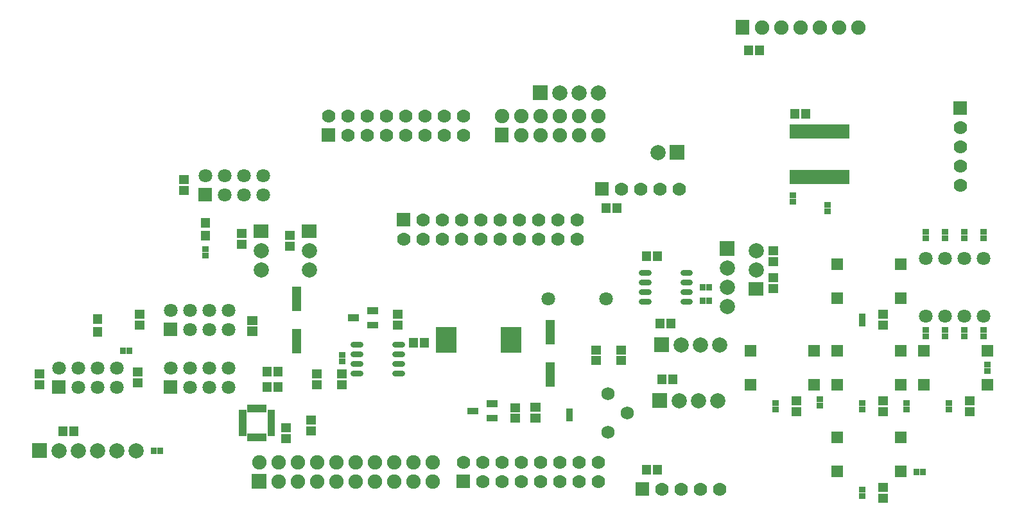
<source format=gts>
G04 Layer: TopSolderMaskLayer*
G04 EasyEDA v6.3.39, 2020-04-26T20:46:55+02:00*
G04 5968b4f764c641518c6b208976d5c428,06be2ef0334148d99c06ae0550131ac1,10*
G04 Gerber Generator version 0.2*
G04 Scale: 100 percent, Rotated: No, Reflected: No *
G04 Dimensions in inches *
G04 leading zeros omitted , absolute positions ,2 integer and 4 decimal *
%FSLAX24Y24*%
%MOIN*%
G90*
G70D02*

%ADD45C,0.031622*%
%ADD46C,0.070000*%
%ADD49C,0.070992*%
%ADD52C,0.078866*%
%ADD56C,0.074929*%
%ADD66C,0.068000*%

%LPD*%
G54D45*
G01X19447Y7228D02*
G01X19809Y7228D01*
G01X19447Y7728D02*
G01X19809Y7728D01*
G01X19447Y8228D02*
G01X19809Y8228D01*
G01X19447Y8728D02*
G01X19809Y8728D01*
G01X17290Y7228D02*
G01X17652Y7228D01*
G01X17290Y7728D02*
G01X17652Y7728D01*
G01X17290Y8228D02*
G01X17652Y8228D01*
G01X17290Y8728D02*
G01X17652Y8728D01*
G01X34397Y10950D02*
G01X34759Y10950D01*
G01X34397Y11450D02*
G01X34759Y11450D01*
G01X34397Y11950D02*
G01X34759Y11950D01*
G01X34397Y12450D02*
G01X34759Y12450D01*
G01X32240Y10950D02*
G01X32602Y10950D01*
G01X32240Y11450D02*
G01X32602Y11450D01*
G01X32240Y11950D02*
G01X32602Y11950D01*
G01X32240Y12450D02*
G01X32602Y12450D01*
G54D46*
G01X28900Y14200D03*
G01X28900Y15200D03*
G01X27900Y14200D03*
G01X27900Y15200D03*
G01X26900Y14200D03*
G01X26900Y15200D03*
G01X25900Y14200D03*
G01X25900Y15200D03*
G01X24900Y14200D03*
G01X24900Y15200D03*
G01X23900Y14200D03*
G01X23900Y15200D03*
G01X22900Y14200D03*
G01X22900Y15200D03*
G01X21900Y14200D03*
G01X21900Y15200D03*
G01X20900Y14200D03*
G01X20900Y15200D03*
G01X19900Y14200D03*
G36*
G01X19550Y14850D02*
G01X19550Y15550D01*
G01X20250Y15550D01*
G01X20250Y14850D01*
G01X19550Y14850D01*
G37*
G36*
G01X9245Y16144D02*
G01X9245Y16855D01*
G01X9955Y16855D01*
G01X9955Y16144D01*
G01X9245Y16144D01*
G37*
G54D49*
G01X9600Y17500D03*
G01X10600Y16500D03*
G01X10600Y17500D03*
G01X11600Y16500D03*
G01X11600Y17500D03*
G01X12600Y16500D03*
G01X12600Y17500D03*
G36*
G01X9365Y14109D02*
G01X9365Y14619D01*
G01X9835Y14619D01*
G01X9835Y14109D01*
G01X9365Y14109D01*
G37*
G36*
G01X9365Y14780D02*
G01X9365Y15290D01*
G01X9835Y15290D01*
G01X9835Y14780D01*
G01X9365Y14780D01*
G37*
G36*
G01X3765Y9109D02*
G01X3765Y9619D01*
G01X4235Y9619D01*
G01X4235Y9109D01*
G01X3765Y9109D01*
G37*
G36*
G01X3765Y9780D02*
G01X3765Y10290D01*
G01X4235Y10290D01*
G01X4235Y9780D01*
G01X3765Y9780D01*
G37*
G36*
G01X42105Y12603D02*
G01X42105Y13196D01*
G01X42696Y13196D01*
G01X42696Y12603D01*
G01X42105Y12603D01*
G37*
G36*
G01X45412Y12603D02*
G01X45412Y13196D01*
G01X46003Y13196D01*
G01X46003Y12603D01*
G01X45412Y12603D01*
G37*
G36*
G01X42105Y10832D02*
G01X42105Y11423D01*
G01X42696Y11423D01*
G01X42696Y10832D01*
G01X42105Y10832D01*
G37*
G36*
G01X45412Y10832D02*
G01X45412Y11423D01*
G01X46003Y11423D01*
G01X46003Y10832D01*
G01X45412Y10832D01*
G37*
G36*
G01X37605Y8103D02*
G01X37605Y8696D01*
G01X38196Y8696D01*
G01X38196Y8103D01*
G01X37605Y8103D01*
G37*
G36*
G01X40912Y8103D02*
G01X40912Y8696D01*
G01X41503Y8696D01*
G01X41503Y8103D01*
G01X40912Y8103D01*
G37*
G36*
G01X37605Y6332D02*
G01X37605Y6923D01*
G01X38196Y6923D01*
G01X38196Y6332D01*
G01X37605Y6332D01*
G37*
G36*
G01X40912Y6332D02*
G01X40912Y6923D01*
G01X41503Y6923D01*
G01X41503Y6332D01*
G01X40912Y6332D01*
G37*
G36*
G01X42105Y8103D02*
G01X42105Y8696D01*
G01X42696Y8696D01*
G01X42696Y8103D01*
G01X42105Y8103D01*
G37*
G36*
G01X45412Y8103D02*
G01X45412Y8696D01*
G01X46003Y8696D01*
G01X46003Y8103D01*
G01X45412Y8103D01*
G37*
G36*
G01X42105Y6332D02*
G01X42105Y6923D01*
G01X42696Y6923D01*
G01X42696Y6332D01*
G01X42105Y6332D01*
G37*
G36*
G01X45412Y6332D02*
G01X45412Y6923D01*
G01X46003Y6923D01*
G01X46003Y6332D01*
G01X45412Y6332D01*
G37*
G36*
G01X46605Y8103D02*
G01X46605Y8696D01*
G01X47196Y8696D01*
G01X47196Y8103D01*
G01X46605Y8103D01*
G37*
G36*
G01X49912Y8103D02*
G01X49912Y8696D01*
G01X50503Y8696D01*
G01X50503Y8103D01*
G01X49912Y8103D01*
G37*
G36*
G01X46605Y6332D02*
G01X46605Y6923D01*
G01X47196Y6923D01*
G01X47196Y6332D01*
G01X46605Y6332D01*
G37*
G36*
G01X49912Y6332D02*
G01X49912Y6923D01*
G01X50503Y6923D01*
G01X50503Y6332D01*
G01X49912Y6332D01*
G37*
G36*
G01X42105Y3603D02*
G01X42105Y4196D01*
G01X42696Y4196D01*
G01X42696Y3603D01*
G01X42105Y3603D01*
G37*
G36*
G01X45412Y3603D02*
G01X45412Y4196D01*
G01X46003Y4196D01*
G01X46003Y3603D01*
G01X45412Y3603D01*
G37*
G36*
G01X42105Y1832D02*
G01X42105Y2423D01*
G01X42696Y2423D01*
G01X42696Y1832D01*
G01X42105Y1832D01*
G37*
G36*
G01X45412Y1832D02*
G01X45412Y2423D01*
G01X46003Y2423D01*
G01X46003Y1832D01*
G01X45412Y1832D01*
G37*
G54D52*
G01X38200Y13600D03*
G01X38200Y12600D03*
G36*
G01X37806Y11250D02*
G01X37806Y11950D01*
G01X38594Y11950D01*
G01X38594Y11250D01*
G01X37806Y11250D01*
G37*
G36*
G01X1645Y6144D02*
G01X1645Y6855D01*
G01X2355Y6855D01*
G01X2355Y6144D01*
G01X1645Y6144D01*
G37*
G54D49*
G01X2000Y7500D03*
G01X3000Y6500D03*
G01X3000Y7500D03*
G01X4000Y6500D03*
G01X4000Y7500D03*
G01X5000Y6500D03*
G01X5000Y7500D03*
G36*
G01X7445Y9144D02*
G01X7445Y9855D01*
G01X8155Y9855D01*
G01X8155Y9144D01*
G01X7445Y9144D01*
G37*
G01X7800Y10500D03*
G01X8800Y9500D03*
G01X8800Y10500D03*
G01X9800Y9500D03*
G01X9800Y10500D03*
G01X10800Y9500D03*
G01X10800Y10500D03*
G36*
G01X7445Y6144D02*
G01X7445Y6855D01*
G01X8155Y6855D01*
G01X8155Y6144D01*
G01X7445Y6144D01*
G37*
G01X7800Y7500D03*
G01X8800Y6500D03*
G01X8800Y7500D03*
G01X9800Y6500D03*
G01X9800Y7500D03*
G01X10800Y6500D03*
G01X10800Y7500D03*
G54D52*
G01X15000Y12600D03*
G01X15000Y13600D03*
G36*
G01X14606Y14250D02*
G01X14606Y14950D01*
G01X15394Y14950D01*
G01X15394Y14250D01*
G01X14606Y14250D01*
G37*
G01X12500Y12600D03*
G01X12500Y13600D03*
G36*
G01X12106Y14250D02*
G01X12106Y14950D01*
G01X12894Y14950D01*
G01X12894Y14250D01*
G01X12106Y14250D01*
G37*
G54D46*
G01X34200Y16800D03*
G01X33200Y16800D03*
G01X32200Y16800D03*
G01X31200Y16800D03*
G36*
G01X29850Y16450D02*
G01X29850Y17150D01*
G01X30550Y17150D01*
G01X30550Y16450D01*
G01X29850Y16450D01*
G37*
G01X36300Y1200D03*
G01X35300Y1200D03*
G01X34300Y1200D03*
G01X33300Y1200D03*
G36*
G01X31950Y850D02*
G01X31950Y1550D01*
G01X32650Y1550D01*
G01X32650Y850D01*
G01X31950Y850D01*
G37*
G01X48800Y17000D03*
G01X48800Y18000D03*
G01X48800Y19000D03*
G01X48800Y20000D03*
G36*
G01X48450Y20650D02*
G01X48450Y21350D01*
G01X49150Y21350D01*
G01X49150Y20650D01*
G01X48450Y20650D01*
G37*
G36*
G01X33706Y18305D02*
G01X33706Y19094D01*
G01X34494Y19094D01*
G01X34494Y18305D01*
G01X33706Y18305D01*
G37*
G54D52*
G01X33100Y18700D03*
G36*
G01X37160Y24825D02*
G01X37160Y25575D01*
G01X37840Y25575D01*
G01X37840Y24825D01*
G01X37160Y24825D01*
G37*
G54D56*
G01X38500Y25200D03*
G01X39500Y25200D03*
G01X40500Y25200D03*
G01X41500Y25200D03*
G01X42500Y25200D03*
G01X43500Y25200D03*
G54D52*
G01X6000Y3200D03*
G01X5000Y3200D03*
G01X4000Y3200D03*
G01X3000Y3200D03*
G01X2000Y3200D03*
G36*
G01X606Y2805D02*
G01X606Y3594D01*
G01X1394Y3594D01*
G01X1394Y2805D01*
G01X606Y2805D01*
G37*
G36*
G01X32906Y8305D02*
G01X32906Y9094D01*
G01X33694Y9094D01*
G01X33694Y8305D01*
G01X32906Y8305D01*
G37*
G01X34300Y8700D03*
G01X35300Y8700D03*
G01X36300Y8700D03*
G36*
G01X32806Y5405D02*
G01X32806Y6194D01*
G01X33594Y6194D01*
G01X33594Y5405D01*
G01X32806Y5405D01*
G37*
G01X34200Y5800D03*
G01X35200Y5800D03*
G01X36200Y5800D03*
G36*
G01X26606Y21405D02*
G01X26606Y22194D01*
G01X27394Y22194D01*
G01X27394Y21405D01*
G01X26606Y21405D01*
G37*
G01X28000Y21800D03*
G01X29000Y21800D03*
G01X30000Y21800D03*
G36*
G01X36306Y13305D02*
G01X36306Y14094D01*
G01X37094Y14094D01*
G01X37094Y13305D01*
G01X36306Y13305D01*
G37*
G01X36700Y12700D03*
G01X36700Y11700D03*
G01X36700Y10700D03*
G36*
G01X39932Y16309D02*
G01X39932Y16625D01*
G01X40268Y16625D01*
G01X40268Y16309D01*
G01X39932Y16309D01*
G37*
G36*
G01X39932Y15975D02*
G01X39932Y16290D01*
G01X40268Y16290D01*
G01X40268Y15975D01*
G01X39932Y15975D01*
G37*
G36*
G01X38843Y12788D02*
G01X38843Y13261D01*
G01X39357Y13261D01*
G01X39357Y12788D01*
G01X38843Y12788D01*
G37*
G36*
G01X38843Y13338D02*
G01X38843Y13811D01*
G01X39357Y13811D01*
G01X39357Y13338D01*
G01X38843Y13338D01*
G37*
G36*
G01X46709Y1932D02*
G01X46709Y2267D01*
G01X47025Y2267D01*
G01X47025Y1932D01*
G01X46709Y1932D01*
G37*
G36*
G01X46375Y1932D02*
G01X46375Y2267D01*
G01X46691Y2267D01*
G01X46691Y1932D01*
G01X46375Y1932D01*
G37*
G36*
G01X41732Y15809D02*
G01X41732Y16125D01*
G01X42068Y16125D01*
G01X42068Y15809D01*
G01X41732Y15809D01*
G37*
G36*
G01X41732Y15475D02*
G01X41732Y15790D01*
G01X42068Y15790D01*
G01X42068Y15475D01*
G01X41732Y15475D01*
G37*
G36*
G01X41332Y5709D02*
G01X41332Y6025D01*
G01X41668Y6025D01*
G01X41668Y5709D01*
G01X41332Y5709D01*
G37*
G36*
G01X41332Y5375D02*
G01X41332Y5690D01*
G01X41668Y5690D01*
G01X41668Y5375D01*
G01X41332Y5375D01*
G37*
G36*
G01X45832Y5509D02*
G01X45832Y5825D01*
G01X46168Y5825D01*
G01X46168Y5509D01*
G01X45832Y5509D01*
G37*
G36*
G01X45832Y5175D02*
G01X45832Y5490D01*
G01X46168Y5490D01*
G01X46168Y5175D01*
G01X45832Y5175D01*
G37*
G36*
G01X50032Y7175D02*
G01X50032Y7490D01*
G01X50368Y7490D01*
G01X50368Y7175D01*
G01X50032Y7175D01*
G37*
G36*
G01X50032Y7509D02*
G01X50032Y7825D01*
G01X50368Y7825D01*
G01X50368Y7509D01*
G01X50032Y7509D01*
G37*
G36*
G01X49832Y9309D02*
G01X49832Y9625D01*
G01X50168Y9625D01*
G01X50168Y9309D01*
G01X49832Y9309D01*
G37*
G36*
G01X49832Y8975D02*
G01X49832Y9290D01*
G01X50168Y9290D01*
G01X50168Y8975D01*
G01X49832Y8975D01*
G37*
G36*
G01X48832Y9309D02*
G01X48832Y9625D01*
G01X49168Y9625D01*
G01X49168Y9309D01*
G01X48832Y9309D01*
G37*
G36*
G01X48832Y8975D02*
G01X48832Y9290D01*
G01X49168Y9290D01*
G01X49168Y8975D01*
G01X48832Y8975D01*
G37*
G36*
G01X47832Y9309D02*
G01X47832Y9625D01*
G01X48168Y9625D01*
G01X48168Y9309D01*
G01X47832Y9309D01*
G37*
G36*
G01X47832Y8975D02*
G01X47832Y9290D01*
G01X48168Y9290D01*
G01X48168Y8975D01*
G01X47832Y8975D01*
G37*
G36*
G01X46832Y9309D02*
G01X46832Y9625D01*
G01X47168Y9625D01*
G01X47168Y9309D01*
G01X46832Y9309D01*
G37*
G36*
G01X46832Y8975D02*
G01X46832Y9290D01*
G01X47168Y9290D01*
G01X47168Y8975D01*
G01X46832Y8975D01*
G37*
G36*
G01X7109Y3032D02*
G01X7109Y3367D01*
G01X7425Y3367D01*
G01X7425Y3032D01*
G01X7109Y3032D01*
G37*
G36*
G01X6775Y3032D02*
G01X6775Y3367D01*
G01X7091Y3367D01*
G01X7091Y3032D01*
G01X6775Y3032D01*
G37*
G54D56*
G01X21400Y2600D03*
G01X21400Y1600D03*
G01X20400Y2600D03*
G01X20400Y1600D03*
G01X19400Y2600D03*
G01X19400Y1600D03*
G01X18400Y2600D03*
G01X18400Y1600D03*
G01X17400Y2600D03*
G01X17400Y1600D03*
G01X16400Y2600D03*
G01X16400Y1600D03*
G01X15400Y2600D03*
G01X15400Y1600D03*
G01X14400Y2600D03*
G01X14400Y1600D03*
G01X13400Y2600D03*
G01X13400Y1600D03*
G01X12400Y2600D03*
G36*
G01X12025Y1225D02*
G01X12025Y1975D01*
G01X12775Y1975D01*
G01X12775Y1225D01*
G01X12025Y1225D01*
G37*
G36*
G01X49832Y14075D02*
G01X49832Y14390D01*
G01X50168Y14390D01*
G01X50168Y14075D01*
G01X49832Y14075D01*
G37*
G36*
G01X49832Y14409D02*
G01X49832Y14725D01*
G01X50168Y14725D01*
G01X50168Y14409D01*
G01X49832Y14409D01*
G37*
G36*
G01X48832Y14075D02*
G01X48832Y14390D01*
G01X49168Y14390D01*
G01X49168Y14075D01*
G01X48832Y14075D01*
G37*
G36*
G01X48832Y14409D02*
G01X48832Y14725D01*
G01X49168Y14725D01*
G01X49168Y14409D01*
G01X48832Y14409D01*
G37*
G36*
G01X47832Y14075D02*
G01X47832Y14390D01*
G01X48168Y14390D01*
G01X48168Y14075D01*
G01X47832Y14075D01*
G37*
G36*
G01X47832Y14409D02*
G01X47832Y14725D01*
G01X48168Y14725D01*
G01X48168Y14409D01*
G01X47832Y14409D01*
G37*
G36*
G01X46832Y14075D02*
G01X46832Y14390D01*
G01X47168Y14390D01*
G01X47168Y14075D01*
G01X46832Y14075D01*
G37*
G36*
G01X46832Y14409D02*
G01X46832Y14725D01*
G01X47168Y14725D01*
G01X47168Y14409D01*
G01X46832Y14409D01*
G37*
G36*
G01X43532Y10000D02*
G01X43532Y10315D01*
G01X43868Y10315D01*
G01X43868Y10000D01*
G01X43532Y10000D01*
G37*
G36*
G01X43532Y9665D02*
G01X43532Y9982D01*
G01X43868Y9982D01*
G01X43868Y9665D01*
G01X43532Y9665D01*
G37*
G36*
G01X39032Y5509D02*
G01X39032Y5825D01*
G01X39368Y5825D01*
G01X39368Y5509D01*
G01X39032Y5509D01*
G37*
G36*
G01X39032Y5175D02*
G01X39032Y5490D01*
G01X39368Y5490D01*
G01X39368Y5175D01*
G01X39032Y5175D01*
G37*
G36*
G01X43532Y5509D02*
G01X43532Y5825D01*
G01X43868Y5825D01*
G01X43868Y5509D01*
G01X43532Y5509D01*
G37*
G36*
G01X43532Y5175D02*
G01X43532Y5490D01*
G01X43868Y5490D01*
G01X43868Y5175D01*
G01X43532Y5175D01*
G37*
G36*
G01X48032Y5509D02*
G01X48032Y5825D01*
G01X48368Y5825D01*
G01X48368Y5509D01*
G01X48032Y5509D01*
G37*
G36*
G01X48032Y5175D02*
G01X48032Y5490D01*
G01X48368Y5490D01*
G01X48368Y5175D01*
G01X48032Y5175D01*
G37*
G36*
G01X43532Y1009D02*
G01X43532Y1325D01*
G01X43868Y1325D01*
G01X43868Y1009D01*
G01X43532Y1009D01*
G37*
G36*
G01X43532Y675D02*
G01X43532Y990D01*
G01X43868Y990D01*
G01X43868Y675D01*
G01X43532Y675D01*
G37*
G36*
G01X35609Y11532D02*
G01X35609Y11867D01*
G01X35925Y11867D01*
G01X35925Y11532D01*
G01X35609Y11532D01*
G37*
G36*
G01X35275Y11532D02*
G01X35275Y11867D01*
G01X35591Y11867D01*
G01X35591Y11532D01*
G01X35275Y11532D01*
G37*
G36*
G01X35609Y10832D02*
G01X35609Y11167D01*
G01X35925Y11167D01*
G01X35925Y10832D01*
G01X35609Y10832D01*
G37*
G36*
G01X35275Y10832D02*
G01X35275Y11167D01*
G01X35591Y11167D01*
G01X35591Y10832D01*
G01X35275Y10832D01*
G37*
G36*
G01X30943Y8196D02*
G01X30943Y8669D01*
G01X31457Y8669D01*
G01X31457Y8196D01*
G01X30943Y8196D01*
G37*
G36*
G01X30943Y7644D02*
G01X30943Y8119D01*
G01X31457Y8119D01*
G01X31457Y7644D01*
G01X30943Y7644D01*
G37*
G36*
G01X15143Y6388D02*
G01X15143Y6861D01*
G01X15657Y6861D01*
G01X15657Y6388D01*
G01X15143Y6388D01*
G37*
G36*
G01X15143Y6938D02*
G01X15143Y7411D01*
G01X15657Y7411D01*
G01X15657Y6938D01*
G01X15143Y6938D01*
G37*
G36*
G01X26488Y5207D02*
G01X26488Y5680D01*
G01X27001Y5680D01*
G01X27001Y5207D01*
G01X26488Y5207D01*
G37*
G36*
G01X26488Y4655D02*
G01X26488Y5128D01*
G01X27001Y5128D01*
G01X27001Y4655D01*
G01X26488Y4655D01*
G37*
G36*
G01X11789Y3701D02*
G01X11789Y4096D01*
G01X11987Y4096D01*
G01X11987Y3701D01*
G01X11789Y3701D01*
G37*
G36*
G01X11986Y3701D02*
G01X11986Y4096D01*
G01X12184Y4096D01*
G01X12184Y3701D01*
G01X11986Y3701D01*
G37*
G36*
G01X12380Y3701D02*
G01X12380Y4096D01*
G01X12578Y4096D01*
G01X12578Y3701D01*
G01X12380Y3701D01*
G37*
G36*
G01X12577Y3701D02*
G01X12577Y4096D01*
G01X12775Y4096D01*
G01X12775Y3701D01*
G01X12577Y3701D01*
G37*
G36*
G01X12832Y4548D02*
G01X12832Y4746D01*
G01X13227Y4746D01*
G01X13227Y4548D01*
G01X12832Y4548D01*
G37*
G36*
G01X12832Y4744D02*
G01X12832Y4942D01*
G01X13227Y4942D01*
G01X13227Y4744D01*
G01X12832Y4744D01*
G37*
G36*
G01X12832Y4944D02*
G01X12832Y5142D01*
G01X13227Y5142D01*
G01X13227Y4944D01*
G01X12832Y4944D01*
G37*
G36*
G01X12832Y5138D02*
G01X12832Y5336D01*
G01X13227Y5336D01*
G01X13227Y5138D01*
G01X12832Y5138D01*
G37*
G36*
G01X12577Y5198D02*
G01X12577Y5592D01*
G01X12775Y5592D01*
G01X12775Y5198D01*
G01X12577Y5198D01*
G37*
G36*
G01X12380Y5198D02*
G01X12380Y5592D01*
G01X12578Y5592D01*
G01X12578Y5198D01*
G01X12380Y5198D01*
G37*
G36*
G01X12183Y5198D02*
G01X12183Y5592D01*
G01X12381Y5592D01*
G01X12381Y5198D01*
G01X12183Y5198D01*
G37*
G36*
G01X11986Y5198D02*
G01X11986Y5592D01*
G01X12184Y5592D01*
G01X12184Y5198D01*
G01X11986Y5198D01*
G37*
G36*
G01X11789Y5198D02*
G01X11789Y5592D01*
G01X11987Y5592D01*
G01X11987Y5198D01*
G01X11789Y5198D01*
G37*
G36*
G01X12183Y3701D02*
G01X12183Y4096D01*
G01X12381Y4096D01*
G01X12381Y3701D01*
G01X12183Y3701D01*
G37*
G36*
G01X12832Y3957D02*
G01X12832Y4155D01*
G01X13227Y4155D01*
G01X13227Y3957D01*
G01X12832Y3957D01*
G37*
G36*
G01X12832Y4155D02*
G01X12832Y4353D01*
G01X13227Y4353D01*
G01X13227Y4155D01*
G01X12832Y4155D01*
G37*
G36*
G01X12832Y4351D02*
G01X12832Y4550D01*
G01X13227Y4550D01*
G01X13227Y4351D01*
G01X12832Y4351D01*
G37*
G36*
G01X11336Y4546D02*
G01X11336Y4746D01*
G01X11731Y4746D01*
G01X11731Y4546D01*
G01X11336Y4546D01*
G37*
G36*
G01X11336Y4744D02*
G01X11336Y4944D01*
G01X11731Y4944D01*
G01X11731Y4744D01*
G01X11336Y4744D01*
G37*
G36*
G01X11336Y4942D02*
G01X11336Y5140D01*
G01X11731Y5140D01*
G01X11731Y4942D01*
G01X11336Y4942D01*
G37*
G36*
G01X11336Y5138D02*
G01X11336Y5336D01*
G01X11731Y5336D01*
G01X11731Y5138D01*
G01X11336Y5138D01*
G37*
G36*
G01X11336Y3957D02*
G01X11336Y4155D01*
G01X11731Y4155D01*
G01X11731Y3957D01*
G01X11336Y3957D01*
G37*
G36*
G01X11336Y4153D02*
G01X11336Y4351D01*
G01X11731Y4351D01*
G01X11731Y4153D01*
G01X11336Y4153D01*
G37*
G36*
G01X11336Y4351D02*
G01X11336Y4548D01*
G01X11731Y4548D01*
G01X11731Y4351D01*
G01X11336Y4351D01*
G37*
G36*
G01X17022Y9921D02*
G01X17022Y10278D01*
G01X17594Y10278D01*
G01X17594Y9921D01*
G01X17022Y9921D01*
G37*
G36*
G01X18006Y10296D02*
G01X18006Y10651D01*
G01X18578Y10651D01*
G01X18578Y10296D01*
G01X18006Y10296D01*
G37*
G36*
G01X18006Y9548D02*
G01X18006Y9903D01*
G01X18578Y9903D01*
G01X18578Y9548D01*
G01X18006Y9548D01*
G37*
G36*
G01X23222Y5080D02*
G01X23222Y5434D01*
G01X23794Y5434D01*
G01X23794Y5080D01*
G01X23222Y5080D01*
G37*
G36*
G01X24206Y5453D02*
G01X24206Y5809D01*
G01X24778Y5809D01*
G01X24778Y5453D01*
G01X24206Y5453D01*
G37*
G36*
G01X24206Y4705D02*
G01X24206Y5061D01*
G01X24778Y5061D01*
G01X24778Y4705D01*
G01X24206Y4705D01*
G37*
G54D49*
G01X27400Y11100D03*
G01X30400Y11100D03*
G36*
G01X21578Y8286D02*
G01X21578Y9626D01*
G01X22642Y9626D01*
G01X22642Y8286D01*
G01X21578Y8286D01*
G37*
G36*
G01X24958Y8286D02*
G01X24958Y9626D01*
G01X26022Y9626D01*
G01X26022Y8286D01*
G01X24958Y8286D01*
G37*
G36*
G01X44543Y9488D02*
G01X44543Y9961D01*
G01X45057Y9961D01*
G01X45057Y9488D01*
G01X44543Y9488D01*
G37*
G36*
G01X44543Y10038D02*
G01X44543Y10511D01*
G01X45057Y10511D01*
G01X45057Y10038D01*
G01X44543Y10038D01*
G37*
G36*
G01X40043Y4988D02*
G01X40043Y5461D01*
G01X40557Y5461D01*
G01X40557Y4988D01*
G01X40043Y4988D01*
G37*
G36*
G01X40043Y5538D02*
G01X40043Y6011D01*
G01X40557Y6011D01*
G01X40557Y5538D01*
G01X40043Y5538D01*
G37*
G36*
G01X44543Y4988D02*
G01X44543Y5461D01*
G01X45057Y5461D01*
G01X45057Y4988D01*
G01X44543Y4988D01*
G37*
G36*
G01X44543Y5538D02*
G01X44543Y6011D01*
G01X45057Y6011D01*
G01X45057Y5538D01*
G01X44543Y5538D01*
G37*
G36*
G01X49043Y4988D02*
G01X49043Y5461D01*
G01X49557Y5461D01*
G01X49557Y4988D01*
G01X49043Y4988D01*
G37*
G36*
G01X49043Y5538D02*
G01X49043Y6011D01*
G01X49557Y6011D01*
G01X49557Y5538D01*
G01X49043Y5538D01*
G37*
G36*
G01X44543Y488D02*
G01X44543Y961D01*
G01X45057Y961D01*
G01X45057Y488D01*
G01X44543Y488D01*
G37*
G36*
G01X44543Y1038D02*
G01X44543Y1511D01*
G01X45057Y1511D01*
G01X45057Y1038D01*
G01X44543Y1038D01*
G37*
G36*
G01X20739Y8542D02*
G01X20739Y9057D01*
G01X21212Y9057D01*
G01X21212Y8542D01*
G01X20739Y8542D01*
G37*
G36*
G01X20188Y8542D02*
G01X20188Y9057D01*
G01X20661Y9057D01*
G01X20661Y8542D01*
G01X20188Y8542D01*
G37*
G36*
G01X11793Y9717D02*
G01X11793Y10190D01*
G01X12307Y10190D01*
G01X12307Y9717D01*
G01X11793Y9717D01*
G37*
G36*
G01X11793Y9165D02*
G01X11793Y9640D01*
G01X12307Y9640D01*
G01X12307Y9165D01*
G01X11793Y9165D01*
G37*
G36*
G01X14843Y3988D02*
G01X14843Y4461D01*
G01X15357Y4461D01*
G01X15357Y3988D01*
G01X14843Y3988D01*
G37*
G36*
G01X14843Y4538D02*
G01X14843Y5011D01*
G01X15357Y5011D01*
G01X15357Y4538D01*
G01X14843Y4538D01*
G37*
G36*
G01X12588Y6242D02*
G01X12588Y6757D01*
G01X13061Y6757D01*
G01X13061Y6242D01*
G01X12588Y6242D01*
G37*
G36*
G01X13139Y6242D02*
G01X13139Y6757D01*
G01X13612Y6757D01*
G01X13612Y6242D01*
G01X13139Y6242D01*
G37*
G36*
G01X13543Y4138D02*
G01X13543Y4611D01*
G01X14057Y4611D01*
G01X14057Y4138D01*
G01X13543Y4138D01*
G37*
G36*
G01X13543Y3588D02*
G01X13543Y4061D01*
G01X14057Y4061D01*
G01X14057Y3588D01*
G01X13543Y3588D01*
G37*
G36*
G01X29643Y7644D02*
G01X29643Y8119D01*
G01X30157Y8119D01*
G01X30157Y7644D01*
G01X29643Y7644D01*
G37*
G36*
G01X29643Y8196D02*
G01X29643Y8669D01*
G01X30157Y8669D01*
G01X30157Y8196D01*
G01X29643Y8196D01*
G37*
G36*
G01X13743Y13588D02*
G01X13743Y14061D01*
G01X14257Y14061D01*
G01X14257Y13588D01*
G01X13743Y13588D01*
G37*
G36*
G01X13743Y14138D02*
G01X13743Y14611D01*
G01X14257Y14611D01*
G01X14257Y14138D01*
G01X13743Y14138D01*
G37*
G36*
G01X11243Y14238D02*
G01X11243Y14711D01*
G01X11757Y14711D01*
G01X11757Y14238D01*
G01X11243Y14238D01*
G37*
G36*
G01X11243Y13688D02*
G01X11243Y14161D01*
G01X11757Y14161D01*
G01X11757Y13688D01*
G01X11243Y13688D01*
G37*
G36*
G01X1988Y3942D02*
G01X1988Y4457D01*
G01X2461Y4457D01*
G01X2461Y3942D01*
G01X1988Y3942D01*
G37*
G36*
G01X2539Y3942D02*
G01X2539Y4457D01*
G01X3012Y4457D01*
G01X3012Y3942D01*
G01X2539Y3942D01*
G37*
G36*
G01X37588Y23742D02*
G01X37588Y24257D01*
G01X38061Y24257D01*
G01X38061Y23742D01*
G01X37588Y23742D01*
G37*
G36*
G01X38139Y23742D02*
G01X38139Y24257D01*
G01X38612Y24257D01*
G01X38612Y23742D01*
G01X38139Y23742D01*
G37*
G36*
G01X32288Y1942D02*
G01X32288Y2457D01*
G01X32761Y2457D01*
G01X32761Y1942D01*
G01X32288Y1942D01*
G37*
G36*
G01X32839Y1942D02*
G01X32839Y2457D01*
G01X33312Y2457D01*
G01X33312Y1942D01*
G01X32839Y1942D01*
G37*
G36*
G01X30188Y15542D02*
G01X30188Y16057D01*
G01X30661Y16057D01*
G01X30661Y15542D01*
G01X30188Y15542D01*
G37*
G36*
G01X30739Y15542D02*
G01X30739Y16057D01*
G01X31212Y16057D01*
G01X31212Y15542D01*
G01X30739Y15542D01*
G37*
G36*
G01X32988Y9542D02*
G01X32988Y10057D01*
G01X33461Y10057D01*
G01X33461Y9542D01*
G01X32988Y9542D01*
G37*
G36*
G01X33539Y9542D02*
G01X33539Y10057D01*
G01X34012Y10057D01*
G01X34012Y9542D01*
G01X33539Y9542D01*
G37*
G36*
G01X33088Y6642D02*
G01X33088Y7157D01*
G01X33561Y7157D01*
G01X33561Y6642D01*
G01X33088Y6642D01*
G37*
G36*
G01X33639Y6642D02*
G01X33639Y7157D01*
G01X34112Y7157D01*
G01X34112Y6642D01*
G01X33639Y6642D01*
G37*
G36*
G01X8243Y17038D02*
G01X8243Y17511D01*
G01X8757Y17511D01*
G01X8757Y17038D01*
G01X8243Y17038D01*
G37*
G36*
G01X8243Y16488D02*
G01X8243Y16961D01*
G01X8757Y16961D01*
G01X8757Y16488D01*
G01X8243Y16488D01*
G37*
G36*
G01X743Y6938D02*
G01X743Y7411D01*
G01X1257Y7411D01*
G01X1257Y6938D01*
G01X743Y6938D01*
G37*
G36*
G01X743Y6388D02*
G01X743Y6861D01*
G01X1257Y6861D01*
G01X1257Y6388D01*
G01X743Y6388D01*
G37*
G36*
G01X5843Y7038D02*
G01X5843Y7511D01*
G01X6357Y7511D01*
G01X6357Y7038D01*
G01X5843Y7038D01*
G37*
G36*
G01X5843Y6488D02*
G01X5843Y6961D01*
G01X6357Y6961D01*
G01X6357Y6488D01*
G01X5843Y6488D01*
G37*
G36*
G01X5943Y10038D02*
G01X5943Y10511D01*
G01X6457Y10511D01*
G01X6457Y10038D01*
G01X5943Y10038D01*
G37*
G36*
G01X5943Y9488D02*
G01X5943Y9961D01*
G01X6457Y9961D01*
G01X6457Y9488D01*
G01X5943Y9488D01*
G37*
G36*
G01X38843Y11938D02*
G01X38843Y12411D01*
G01X39357Y12411D01*
G01X39357Y11938D01*
G01X38843Y11938D01*
G37*
G36*
G01X38843Y11388D02*
G01X38843Y11861D01*
G01X39357Y11861D01*
G01X39357Y11388D01*
G01X38843Y11388D01*
G37*
G36*
G01X16532Y8009D02*
G01X16532Y8325D01*
G01X16868Y8325D01*
G01X16868Y8009D01*
G01X16532Y8009D01*
G37*
G36*
G01X16532Y7675D02*
G01X16532Y7990D01*
G01X16868Y7990D01*
G01X16868Y7675D01*
G01X16532Y7675D01*
G37*
G36*
G01X28332Y5065D02*
G01X28332Y5382D01*
G01X28668Y5382D01*
G01X28668Y5065D01*
G01X28332Y5065D01*
G37*
G36*
G01X28332Y4732D02*
G01X28332Y5048D01*
G01X28668Y5048D01*
G01X28668Y4732D01*
G01X28332Y4732D01*
G37*
G36*
G01X9432Y13175D02*
G01X9432Y13490D01*
G01X9768Y13490D01*
G01X9768Y13175D01*
G01X9432Y13175D01*
G37*
G36*
G01X9432Y13509D02*
G01X9432Y13825D01*
G01X9768Y13825D01*
G01X9768Y13509D01*
G01X9432Y13509D01*
G37*
G36*
G01X5509Y8232D02*
G01X5509Y8567D01*
G01X5825Y8567D01*
G01X5825Y8232D01*
G01X5509Y8232D01*
G37*
G36*
G01X5175Y8232D02*
G01X5175Y8567D01*
G01X5491Y8567D01*
G01X5491Y8232D01*
G01X5175Y8232D01*
G37*
G54D66*
G01X30500Y4157D03*
G01X31500Y5157D03*
G01X30500Y6157D03*
G36*
G01X39961Y19425D02*
G01X39961Y20155D01*
G01X40219Y20155D01*
G01X40219Y19425D01*
G01X39961Y19425D01*
G37*
G36*
G01X40221Y19425D02*
G01X40221Y20155D01*
G01X40479Y20155D01*
G01X40479Y19425D01*
G01X40221Y19425D01*
G37*
G36*
G01X40471Y19425D02*
G01X40471Y20155D01*
G01X40729Y20155D01*
G01X40729Y19425D01*
G01X40471Y19425D01*
G37*
G36*
G01X40731Y19425D02*
G01X40731Y20155D01*
G01X40989Y20155D01*
G01X40989Y19425D01*
G01X40731Y19425D01*
G37*
G36*
G01X40991Y19425D02*
G01X40991Y20155D01*
G01X41249Y20155D01*
G01X41249Y19425D01*
G01X40991Y19425D01*
G37*
G36*
G01X41241Y19425D02*
G01X41241Y20155D01*
G01X41499Y20155D01*
G01X41499Y19425D01*
G01X41241Y19425D01*
G37*
G36*
G01X41501Y19425D02*
G01X41501Y20155D01*
G01X41759Y20155D01*
G01X41759Y19425D01*
G01X41501Y19425D01*
G37*
G36*
G01X41751Y19425D02*
G01X41751Y20155D01*
G01X42009Y20155D01*
G01X42009Y19425D01*
G01X41751Y19425D01*
G37*
G36*
G01X42011Y19425D02*
G01X42011Y20155D01*
G01X42269Y20155D01*
G01X42269Y19425D01*
G01X42011Y19425D01*
G37*
G36*
G01X42271Y19425D02*
G01X42271Y20155D01*
G01X42529Y20155D01*
G01X42529Y19425D01*
G01X42271Y19425D01*
G37*
G36*
G01X42521Y19425D02*
G01X42521Y20155D01*
G01X42779Y20155D01*
G01X42779Y19425D01*
G01X42521Y19425D01*
G37*
G36*
G01X42781Y19425D02*
G01X42781Y20155D01*
G01X43039Y20155D01*
G01X43039Y19425D01*
G01X42781Y19425D01*
G37*
G36*
G01X42781Y17044D02*
G01X42781Y17775D01*
G01X43039Y17775D01*
G01X43039Y17044D01*
G01X42781Y17044D01*
G37*
G36*
G01X42521Y17044D02*
G01X42521Y17775D01*
G01X42779Y17775D01*
G01X42779Y17044D01*
G01X42521Y17044D01*
G37*
G36*
G01X42271Y17044D02*
G01X42271Y17775D01*
G01X42529Y17775D01*
G01X42529Y17044D01*
G01X42271Y17044D01*
G37*
G36*
G01X42011Y17044D02*
G01X42011Y17775D01*
G01X42269Y17775D01*
G01X42269Y17044D01*
G01X42011Y17044D01*
G37*
G36*
G01X41751Y17044D02*
G01X41751Y17775D01*
G01X42009Y17775D01*
G01X42009Y17044D01*
G01X41751Y17044D01*
G37*
G36*
G01X41501Y17044D02*
G01X41501Y17775D01*
G01X41759Y17775D01*
G01X41759Y17044D01*
G01X41501Y17044D01*
G37*
G36*
G01X41241Y17044D02*
G01X41241Y17775D01*
G01X41499Y17775D01*
G01X41499Y17044D01*
G01X41241Y17044D01*
G37*
G36*
G01X40991Y17044D02*
G01X40991Y17775D01*
G01X41249Y17775D01*
G01X41249Y17044D01*
G01X40991Y17044D01*
G37*
G36*
G01X40731Y17044D02*
G01X40731Y17775D01*
G01X40989Y17775D01*
G01X40989Y17044D01*
G01X40731Y17044D01*
G37*
G36*
G01X40471Y17044D02*
G01X40471Y17775D01*
G01X40729Y17775D01*
G01X40729Y17044D01*
G01X40471Y17044D01*
G37*
G36*
G01X40221Y17044D02*
G01X40221Y17775D01*
G01X40479Y17775D01*
G01X40479Y17044D01*
G01X40221Y17044D01*
G37*
G36*
G01X39961Y17044D02*
G01X39961Y17775D01*
G01X40219Y17775D01*
G01X40219Y17044D01*
G01X39961Y17044D01*
G37*
G54D56*
G01X30000Y20600D03*
G01X30000Y19600D03*
G01X29000Y20600D03*
G01X29000Y19600D03*
G01X28000Y20600D03*
G01X28000Y19600D03*
G01X27000Y20600D03*
G01X27000Y19600D03*
G01X26000Y20600D03*
G01X26000Y19600D03*
G01X25000Y20600D03*
G36*
G01X24650Y19225D02*
G01X24650Y19975D01*
G01X25350Y19975D01*
G01X25350Y19225D01*
G01X24650Y19225D01*
G37*
G36*
G01X12588Y7042D02*
G01X12588Y7557D01*
G01X13061Y7557D01*
G01X13061Y7042D01*
G01X12588Y7042D01*
G37*
G36*
G01X13139Y7042D02*
G01X13139Y7557D01*
G01X13612Y7557D01*
G01X13612Y7042D01*
G01X13139Y7042D01*
G37*
G36*
G01X16443Y6388D02*
G01X16443Y6861D01*
G01X16957Y6861D01*
G01X16957Y6388D01*
G01X16443Y6388D01*
G37*
G36*
G01X16443Y6938D02*
G01X16443Y7411D01*
G01X16957Y7411D01*
G01X16957Y6938D01*
G01X16443Y6938D01*
G37*
G54D46*
G01X30000Y2600D03*
G01X30000Y1600D03*
G01X29000Y2600D03*
G01X29000Y1600D03*
G01X28000Y2600D03*
G01X28000Y1600D03*
G01X27000Y2600D03*
G01X27000Y1600D03*
G01X26000Y2600D03*
G01X26000Y1600D03*
G01X25000Y2600D03*
G01X25000Y1600D03*
G01X24000Y2600D03*
G01X24000Y1600D03*
G01X23000Y2600D03*
G36*
G01X22650Y1250D02*
G01X22650Y1950D01*
G01X23350Y1950D01*
G01X23350Y1250D01*
G01X22650Y1250D01*
G37*
G01X23000Y20600D03*
G01X23000Y19600D03*
G01X22000Y20600D03*
G01X22000Y19600D03*
G01X21000Y20600D03*
G01X21000Y19600D03*
G01X20000Y20600D03*
G01X20000Y19600D03*
G01X19000Y20600D03*
G01X19000Y19600D03*
G01X18000Y20600D03*
G01X18000Y19600D03*
G01X17000Y20600D03*
G01X17000Y19600D03*
G01X16000Y20600D03*
G36*
G01X15650Y19250D02*
G01X15650Y19950D01*
G01X16350Y19950D01*
G01X16350Y19250D01*
G01X15650Y19250D01*
G37*
G54D49*
G01X47000Y10200D03*
G01X48000Y10200D03*
G01X49000Y10200D03*
G01X50000Y10200D03*
G01X50000Y13200D03*
G01X49000Y13200D03*
G01X48000Y13200D03*
G01X47000Y13200D03*
G36*
G01X27263Y8728D02*
G01X27263Y9990D01*
G01X27737Y9990D01*
G01X27737Y8728D01*
G01X27263Y8728D01*
G37*
G36*
G01X27263Y6523D02*
G01X27263Y7786D01*
G01X27737Y7786D01*
G01X27737Y6523D01*
G01X27263Y6523D01*
G37*
G36*
G01X14113Y10451D02*
G01X14113Y11711D01*
G01X14587Y11711D01*
G01X14587Y10451D01*
G01X14113Y10451D01*
G37*
G36*
G01X14113Y8246D02*
G01X14113Y9507D01*
G01X14587Y9507D01*
G01X14587Y8246D01*
G01X14113Y8246D01*
G37*
G36*
G01X25443Y4644D02*
G01X25443Y5119D01*
G01X25957Y5119D01*
G01X25957Y4644D01*
G01X25443Y4644D01*
G37*
G36*
G01X25443Y5196D02*
G01X25443Y5669D01*
G01X25957Y5669D01*
G01X25957Y5196D01*
G01X25443Y5196D01*
G37*
G36*
G01X19343Y9488D02*
G01X19343Y9961D01*
G01X19857Y9961D01*
G01X19857Y9488D01*
G01X19343Y9488D01*
G37*
G36*
G01X19343Y10038D02*
G01X19343Y10511D01*
G01X19857Y10511D01*
G01X19857Y10038D01*
G01X19343Y10038D01*
G37*
G36*
G01X39988Y20442D02*
G01X39988Y20955D01*
G01X40461Y20955D01*
G01X40461Y20442D01*
G01X39988Y20442D01*
G37*
G36*
G01X40539Y20442D02*
G01X40539Y20955D01*
G01X41012Y20955D01*
G01X41012Y20442D01*
G01X40539Y20442D01*
G37*
G36*
G01X32288Y13042D02*
G01X32288Y13557D01*
G01X32761Y13557D01*
G01X32761Y13042D01*
G01X32288Y13042D01*
G37*
G36*
G01X32839Y13042D02*
G01X32839Y13557D01*
G01X33312Y13557D01*
G01X33312Y13042D01*
G01X32839Y13042D01*
G37*
M00*
M02*

</source>
